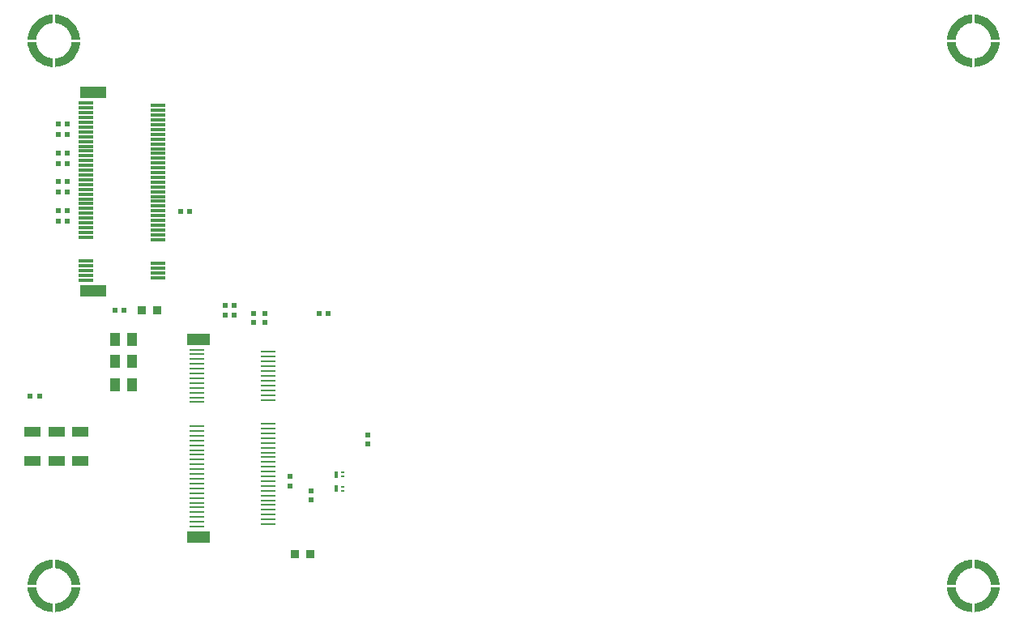
<source format=gbp>
G04*
G04 #@! TF.GenerationSoftware,Altium Limited,Altium Designer,20.1.12 (249)*
G04*
G04 Layer_Color=128*
%FSLAX44Y44*%
%MOMM*%
G71*
G04*
G04 #@! TF.SameCoordinates,92C3D8CC-84FC-494B-B6CF-3A4A02D2A6DE*
G04*
G04*
G04 #@! TF.FilePolarity,Positive*
G04*
G01*
G75*
%ADD26R,1.1000X1.4000*%
%ADD27R,0.5700X0.6200*%
%ADD29R,0.6200X0.5700*%
%ADD83R,0.9700X0.9600*%
%ADD86R,1.7000X1.0160*%
%ADD87R,1.7000X1.0160*%
%ADD257R,1.5500X0.3000*%
%ADD258R,2.7500X1.2000*%
%ADD259R,0.4000X0.7000*%
%ADD260R,0.4000X0.2500*%
%ADD261R,1.5500X0.2800*%
%ADD262R,2.3900X1.2000*%
G36*
X303522Y276171D02*
X303522Y267167D01*
X302069Y267266D01*
X300853Y267417D01*
X299852Y267581D01*
X299060Y267749D01*
X298349Y267900D01*
X297397Y268143D01*
X296360Y268461D01*
X295477Y268769D01*
X294608Y269092D01*
X293250Y269654D01*
X290473Y271138D01*
X287604Y273056D01*
X285696Y274818D01*
X283914Y276746D01*
X282620Y278322D01*
X281426Y280107D01*
X280764Y281345D01*
X280513Y281815D01*
X280263Y282281D01*
X279747Y283246D01*
X279315Y284335D01*
X278626Y286196D01*
X278122Y287982D01*
X277714Y289917D01*
X277489Y291489D01*
X277344Y293368D01*
X286343Y293379D01*
X286377Y292955D01*
X286399Y292742D01*
X286422Y292536D01*
X286494Y291983D01*
X286534Y291714D01*
X286580Y291446D01*
X286681Y290912D01*
X286800Y290372D01*
X286868Y290089D01*
X286907Y289942D01*
X286984Y289655D01*
X287067Y289368D01*
X287155Y289087D01*
X287261Y288764D01*
X287371Y288445D01*
X287428Y288283D01*
X287489Y288120D01*
X287604Y287816D01*
X287800Y287343D01*
X288003Y286886D01*
X288220Y286434D01*
X288448Y285985D01*
X288941Y285112D01*
X289233Y284644D01*
X289516Y284215D01*
X289805Y283807D01*
X290140Y283354D01*
X290321Y283128D01*
X290751Y282606D01*
X290974Y282348D01*
X291198Y282089D01*
X292127Y281158D01*
X292755Y280602D01*
X293342Y280107D01*
X293913Y279699D01*
X294256Y279429D01*
X294964Y278954D01*
X295629Y278581D01*
X296231Y278244D01*
X296861Y277923D01*
X297922Y277467D01*
X298768Y277149D01*
X300097Y276736D01*
X300461Y276644D01*
X301882Y276366D01*
X303522Y276171D01*
D02*
G37*
G36*
X286331Y295918D02*
X277327Y295918D01*
X277426Y297371D01*
X277577Y298587D01*
X277741Y299588D01*
X277909Y300380D01*
X278060Y301091D01*
X278303Y302043D01*
X278621Y303080D01*
X278929Y303963D01*
X279252Y304832D01*
X279814Y306190D01*
X281298Y308967D01*
X283216Y311836D01*
X284978Y313744D01*
X286906Y315526D01*
X288482Y316820D01*
X290267Y318014D01*
X291505Y318676D01*
X291975Y318927D01*
X292441Y319177D01*
X293406Y319693D01*
X294495Y320125D01*
X296356Y320814D01*
X298142Y321318D01*
X300077Y321726D01*
X301649Y321951D01*
X303528Y322095D01*
X303539Y313097D01*
X303115Y313063D01*
X302902Y313041D01*
X302696Y313018D01*
X302143Y312946D01*
X301874Y312906D01*
X301606Y312860D01*
X301072Y312759D01*
X300532Y312640D01*
X300249Y312572D01*
X300102Y312533D01*
X299815Y312456D01*
X299528Y312373D01*
X299247Y312285D01*
X298924Y312179D01*
X298605Y312069D01*
X298443Y312013D01*
X298280Y311951D01*
X297976Y311836D01*
X297503Y311640D01*
X297046Y311437D01*
X296594Y311220D01*
X296145Y310992D01*
X295272Y310499D01*
X294804Y310207D01*
X294375Y309924D01*
X293967Y309635D01*
X293514Y309300D01*
X293288Y309119D01*
X292766Y308689D01*
X292508Y308466D01*
X292248Y308242D01*
X291318Y307313D01*
X290762Y306685D01*
X290267Y306098D01*
X289860Y305527D01*
X289589Y305184D01*
X289114Y304476D01*
X288741Y303811D01*
X288403Y303209D01*
X288083Y302579D01*
X287628Y301518D01*
X287309Y300672D01*
X286896Y299343D01*
X286804Y298979D01*
X286526Y297558D01*
X286331Y295918D01*
D02*
G37*
G36*
X323269Y293362D02*
X332273Y293362D01*
X332174Y291909D01*
X332023Y290693D01*
X331859Y289692D01*
X331691Y288900D01*
X331540Y288189D01*
X331297Y287237D01*
X330979Y286200D01*
X330671Y285317D01*
X330348Y284448D01*
X329786Y283090D01*
X328302Y280313D01*
X326384Y277444D01*
X324622Y275536D01*
X322694Y273754D01*
X321118Y272460D01*
X319333Y271266D01*
X318095Y270604D01*
X317625Y270353D01*
X317159Y270103D01*
X316194Y269587D01*
X315105Y269155D01*
X313244Y268466D01*
X311458Y267962D01*
X309523Y267554D01*
X307951Y267329D01*
X306072Y267185D01*
X306061Y276183D01*
X306485Y276217D01*
X306698Y276238D01*
X306904Y276262D01*
X307457Y276334D01*
X307726Y276374D01*
X307994Y276420D01*
X308528Y276521D01*
X309068Y276640D01*
X309351Y276708D01*
X309498Y276747D01*
X309785Y276824D01*
X310072Y276907D01*
X310353Y276995D01*
X310676Y277101D01*
X310995Y277211D01*
X311157Y277267D01*
X311320Y277329D01*
X311624Y277444D01*
X312097Y277640D01*
X312554Y277843D01*
X313006Y278060D01*
X313455Y278288D01*
X314328Y278781D01*
X314796Y279073D01*
X315225Y279356D01*
X315633Y279645D01*
X316086Y279980D01*
X316312Y280161D01*
X316834Y280591D01*
X317092Y280814D01*
X317351Y281038D01*
X318282Y281967D01*
X318838Y282595D01*
X319333Y283182D01*
X319741Y283752D01*
X320011Y284096D01*
X320486Y284804D01*
X320859Y285469D01*
X321197Y286071D01*
X321517Y286701D01*
X321973Y287763D01*
X322291Y288608D01*
X322704Y289937D01*
X322796Y290301D01*
X323074Y291722D01*
X323269Y293362D01*
D02*
G37*
G36*
X306078Y313109D02*
X306078Y322113D01*
X307531Y322014D01*
X308747Y321863D01*
X309748Y321699D01*
X310540Y321531D01*
X311251Y321380D01*
X312203Y321137D01*
X313240Y320819D01*
X314123Y320511D01*
X314992Y320188D01*
X316350Y319626D01*
X319126Y318142D01*
X321996Y316224D01*
X323904Y314462D01*
X325686Y312534D01*
X326980Y310958D01*
X328174Y309173D01*
X328836Y307935D01*
X329087Y307465D01*
X329337Y306999D01*
X329853Y306034D01*
X330285Y304945D01*
X330974Y303084D01*
X331478Y301298D01*
X331886Y299363D01*
X332111Y297791D01*
X332256Y295912D01*
X323257Y295901D01*
X323223Y296325D01*
X323201Y296538D01*
X323178Y296744D01*
X323106Y297297D01*
X323066Y297566D01*
X323020Y297834D01*
X322919Y298368D01*
X322800Y298908D01*
X322732Y299191D01*
X322693Y299338D01*
X322616Y299625D01*
X322533Y299912D01*
X322445Y300193D01*
X322339Y300516D01*
X322229Y300835D01*
X322173Y300997D01*
X322111Y301160D01*
X321996Y301464D01*
X321800Y301937D01*
X321597Y302394D01*
X321380Y302846D01*
X321152Y303295D01*
X320659Y304168D01*
X320367Y304636D01*
X320084Y305065D01*
X319795Y305473D01*
X319460Y305926D01*
X319279Y306152D01*
X318849Y306674D01*
X318626Y306932D01*
X318402Y307192D01*
X317473Y308122D01*
X316845Y308678D01*
X316258Y309173D01*
X315688Y309580D01*
X315344Y309851D01*
X314636Y310326D01*
X313971Y310699D01*
X313369Y311036D01*
X312739Y311357D01*
X311677Y311812D01*
X310832Y312131D01*
X309503Y312544D01*
X309139Y312636D01*
X307718Y312914D01*
X306078Y313109D01*
D02*
G37*
G36*
X303522Y845891D02*
X303522Y836887D01*
X302069Y836986D01*
X300853Y837137D01*
X299852Y837301D01*
X299060Y837469D01*
X298349Y837620D01*
X297397Y837863D01*
X296360Y838182D01*
X295477Y838489D01*
X294608Y838812D01*
X293250Y839374D01*
X290473Y840858D01*
X287604Y842776D01*
X285696Y844538D01*
X283914Y846466D01*
X282620Y848042D01*
X281426Y849827D01*
X280764Y851065D01*
X280513Y851535D01*
X280263Y852001D01*
X279747Y852966D01*
X279315Y854055D01*
X278626Y855916D01*
X278122Y857702D01*
X277714Y859637D01*
X277489Y861209D01*
X277344Y863088D01*
X286343Y863099D01*
X286377Y862675D01*
X286399Y862462D01*
X286422Y862256D01*
X286494Y861703D01*
X286534Y861434D01*
X286580Y861166D01*
X286681Y860632D01*
X286800Y860092D01*
X286868Y859809D01*
X286907Y859662D01*
X286984Y859375D01*
X287067Y859088D01*
X287155Y858807D01*
X287261Y858484D01*
X287371Y858165D01*
X287427Y858003D01*
X287489Y857840D01*
X287604Y857536D01*
X287800Y857063D01*
X288003Y856606D01*
X288220Y856154D01*
X288448Y855705D01*
X288941Y854832D01*
X289233Y854364D01*
X289516Y853935D01*
X289805Y853527D01*
X290140Y853074D01*
X290321Y852848D01*
X290751Y852326D01*
X290974Y852068D01*
X291198Y851809D01*
X292127Y850878D01*
X292755Y850322D01*
X293342Y849827D01*
X293912Y849420D01*
X294256Y849149D01*
X294964Y848674D01*
X295629Y848301D01*
X296231Y847964D01*
X296861Y847643D01*
X297922Y847188D01*
X298768Y846869D01*
X300097Y846456D01*
X300461Y846364D01*
X301882Y846086D01*
X303522Y845891D01*
D02*
G37*
G36*
X286331Y865638D02*
X277327Y865638D01*
X277426Y867091D01*
X277577Y868307D01*
X277740Y869308D01*
X277909Y870100D01*
X278060Y870811D01*
X278303Y871763D01*
X278621Y872800D01*
X278929Y873683D01*
X279252Y874552D01*
X279814Y875910D01*
X281298Y878687D01*
X283216Y881556D01*
X284978Y883464D01*
X286905Y885246D01*
X288482Y886540D01*
X290267Y887734D01*
X291505Y888396D01*
X291975Y888648D01*
X292441Y888897D01*
X293406Y889413D01*
X294495Y889845D01*
X296356Y890534D01*
X298142Y891038D01*
X300077Y891446D01*
X301649Y891671D01*
X303528Y891815D01*
X303539Y882817D01*
X303115Y882783D01*
X302902Y882762D01*
X302696Y882738D01*
X302143Y882666D01*
X301874Y882626D01*
X301606Y882580D01*
X301072Y882479D01*
X300532Y882360D01*
X300249Y882292D01*
X300102Y882253D01*
X299815Y882176D01*
X299528Y882093D01*
X299247Y882005D01*
X298924Y881899D01*
X298605Y881789D01*
X298443Y881733D01*
X298280Y881671D01*
X297976Y881556D01*
X297503Y881360D01*
X297046Y881157D01*
X296594Y880940D01*
X296145Y880712D01*
X295272Y880219D01*
X294804Y879927D01*
X294375Y879644D01*
X293967Y879355D01*
X293514Y879020D01*
X293288Y878839D01*
X292766Y878409D01*
X292508Y878186D01*
X292248Y877962D01*
X291318Y877033D01*
X290762Y876405D01*
X290267Y875818D01*
X289860Y875248D01*
X289589Y874904D01*
X289114Y874196D01*
X288741Y873531D01*
X288403Y872929D01*
X288083Y872299D01*
X287628Y871238D01*
X287309Y870392D01*
X286896Y869063D01*
X286804Y868699D01*
X286526Y867278D01*
X286331Y865638D01*
D02*
G37*
G36*
X323269Y863082D02*
X332273Y863082D01*
X332174Y861629D01*
X332023Y860413D01*
X331859Y859413D01*
X331691Y858620D01*
X331540Y857909D01*
X331297Y856957D01*
X330979Y855920D01*
X330671Y855037D01*
X330348Y854168D01*
X329786Y852810D01*
X328302Y850034D01*
X326384Y847164D01*
X324622Y845256D01*
X322694Y843474D01*
X321118Y842180D01*
X319333Y840986D01*
X318095Y840324D01*
X317625Y840073D01*
X317159Y839823D01*
X316194Y839307D01*
X315105Y838875D01*
X313244Y838186D01*
X311458Y837682D01*
X309523Y837274D01*
X307951Y837049D01*
X306072Y836905D01*
X306061Y845903D01*
X306485Y845937D01*
X306698Y845959D01*
X306904Y845982D01*
X307457Y846054D01*
X307726Y846094D01*
X307994Y846140D01*
X308528Y846241D01*
X309068Y846360D01*
X309351Y846428D01*
X309498Y846467D01*
X309785Y846544D01*
X310072Y846627D01*
X310353Y846715D01*
X310676Y846821D01*
X310995Y846931D01*
X311157Y846988D01*
X311320Y847049D01*
X311624Y847164D01*
X312097Y847360D01*
X312554Y847563D01*
X313006Y847780D01*
X313455Y848008D01*
X314328Y848501D01*
X314796Y848793D01*
X315225Y849076D01*
X315633Y849365D01*
X316086Y849700D01*
X316312Y849881D01*
X316834Y850311D01*
X317092Y850534D01*
X317351Y850758D01*
X318282Y851687D01*
X318838Y852315D01*
X319333Y852902D01*
X319740Y853473D01*
X320011Y853816D01*
X320486Y854524D01*
X320859Y855189D01*
X321196Y855791D01*
X321517Y856421D01*
X321972Y857483D01*
X322291Y858328D01*
X322704Y859657D01*
X322796Y860021D01*
X323074Y861442D01*
X323269Y863082D01*
D02*
G37*
G36*
X306078Y882829D02*
X306078Y891833D01*
X307531Y891734D01*
X308747Y891583D01*
X309748Y891420D01*
X310540Y891251D01*
X311251Y891100D01*
X312203Y890857D01*
X313240Y890539D01*
X314123Y890231D01*
X314992Y889908D01*
X316350Y889346D01*
X319126Y887862D01*
X321996Y885944D01*
X323904Y884182D01*
X325686Y882254D01*
X326980Y880678D01*
X328174Y878893D01*
X328836Y877655D01*
X329087Y877186D01*
X329337Y876719D01*
X329853Y875754D01*
X330285Y874665D01*
X330974Y872804D01*
X331478Y871018D01*
X331886Y869083D01*
X332111Y867511D01*
X332255Y865632D01*
X323257Y865621D01*
X323223Y866045D01*
X323201Y866258D01*
X323178Y866464D01*
X323106Y867017D01*
X323066Y867286D01*
X323020Y867554D01*
X322919Y868088D01*
X322800Y868628D01*
X322732Y868911D01*
X322693Y869058D01*
X322616Y869345D01*
X322533Y869632D01*
X322445Y869913D01*
X322339Y870236D01*
X322229Y870555D01*
X322173Y870717D01*
X322111Y870880D01*
X321996Y871184D01*
X321800Y871657D01*
X321597Y872114D01*
X321380Y872566D01*
X321152Y873015D01*
X320659Y873888D01*
X320367Y874356D01*
X320084Y874785D01*
X319795Y875193D01*
X319460Y875646D01*
X319279Y875872D01*
X318849Y876394D01*
X318626Y876652D01*
X318402Y876911D01*
X317472Y877842D01*
X316845Y878398D01*
X316258Y878893D01*
X315688Y879301D01*
X315344Y879571D01*
X314636Y880046D01*
X313971Y880419D01*
X313369Y880757D01*
X312739Y881077D01*
X311677Y881533D01*
X310832Y881851D01*
X309503Y882264D01*
X309139Y882356D01*
X307718Y882634D01*
X306078Y882829D01*
D02*
G37*
G36*
X1264422Y276171D02*
X1264422Y267167D01*
X1262969Y267266D01*
X1261753Y267417D01*
X1260752Y267581D01*
X1259960Y267749D01*
X1259249Y267900D01*
X1258297Y268143D01*
X1257260Y268461D01*
X1256377Y268769D01*
X1255508Y269092D01*
X1254150Y269654D01*
X1251374Y271138D01*
X1248504Y273056D01*
X1246596Y274818D01*
X1244814Y276746D01*
X1243520Y278322D01*
X1242326Y280107D01*
X1241664Y281345D01*
X1241413Y281815D01*
X1241163Y282281D01*
X1240647Y283246D01*
X1240215Y284335D01*
X1239526Y286196D01*
X1239022Y287982D01*
X1238614Y289917D01*
X1238389Y291489D01*
X1238244Y293368D01*
X1247243Y293379D01*
X1247277Y292955D01*
X1247299Y292742D01*
X1247322Y292536D01*
X1247394Y291983D01*
X1247434Y291714D01*
X1247480Y291446D01*
X1247581Y290912D01*
X1247700Y290372D01*
X1247768Y290089D01*
X1247807Y289942D01*
X1247884Y289655D01*
X1247967Y289368D01*
X1248055Y289087D01*
X1248161Y288764D01*
X1248271Y288445D01*
X1248327Y288283D01*
X1248389Y288120D01*
X1248504Y287816D01*
X1248700Y287343D01*
X1248903Y286886D01*
X1249120Y286434D01*
X1249348Y285985D01*
X1249841Y285112D01*
X1250133Y284644D01*
X1250416Y284215D01*
X1250705Y283807D01*
X1251040Y283354D01*
X1251221Y283128D01*
X1251651Y282606D01*
X1251874Y282348D01*
X1252098Y282089D01*
X1253027Y281158D01*
X1253655Y280602D01*
X1254242Y280107D01*
X1254812Y279700D01*
X1255156Y279429D01*
X1255864Y278954D01*
X1256529Y278581D01*
X1257131Y278244D01*
X1257761Y277923D01*
X1258822Y277468D01*
X1259668Y277149D01*
X1260997Y276736D01*
X1261361Y276644D01*
X1262782Y276366D01*
X1264422Y276171D01*
D02*
G37*
G36*
X1247231Y295918D02*
X1238227Y295918D01*
X1238326Y297371D01*
X1238477Y298587D01*
X1238641Y299588D01*
X1238809Y300380D01*
X1238960Y301091D01*
X1239203Y302043D01*
X1239521Y303080D01*
X1239829Y303963D01*
X1240152Y304832D01*
X1240714Y306190D01*
X1242198Y308967D01*
X1244116Y311836D01*
X1245878Y313744D01*
X1247806Y315526D01*
X1249382Y316820D01*
X1251167Y318014D01*
X1252405Y318676D01*
X1252875Y318927D01*
X1253341Y319177D01*
X1254306Y319693D01*
X1255395Y320125D01*
X1257256Y320814D01*
X1259042Y321318D01*
X1260977Y321726D01*
X1262549Y321951D01*
X1264428Y322095D01*
X1264439Y313097D01*
X1264015Y313063D01*
X1263802Y313041D01*
X1263596Y313018D01*
X1263043Y312946D01*
X1262774Y312906D01*
X1262506Y312860D01*
X1261972Y312759D01*
X1261432Y312640D01*
X1261149Y312572D01*
X1261002Y312533D01*
X1260715Y312456D01*
X1260428Y312373D01*
X1260147Y312285D01*
X1259824Y312179D01*
X1259505Y312069D01*
X1259343Y312013D01*
X1259180Y311951D01*
X1258876Y311836D01*
X1258403Y311640D01*
X1257946Y311437D01*
X1257494Y311220D01*
X1257045Y310992D01*
X1256172Y310499D01*
X1255704Y310207D01*
X1255275Y309924D01*
X1254867Y309635D01*
X1254414Y309300D01*
X1254188Y309119D01*
X1253666Y308689D01*
X1253408Y308466D01*
X1253148Y308242D01*
X1252218Y307313D01*
X1251662Y306685D01*
X1251167Y306098D01*
X1250760Y305528D01*
X1250489Y305184D01*
X1250014Y304476D01*
X1249641Y303811D01*
X1249304Y303209D01*
X1248983Y302579D01*
X1248528Y301518D01*
X1248209Y300672D01*
X1247796Y299343D01*
X1247704Y298979D01*
X1247426Y297558D01*
X1247231Y295918D01*
D02*
G37*
G36*
X1284169Y293362D02*
X1293173Y293362D01*
X1293074Y291909D01*
X1292923Y290693D01*
X1292759Y289692D01*
X1292591Y288900D01*
X1292440Y288189D01*
X1292197Y287237D01*
X1291879Y286200D01*
X1291571Y285317D01*
X1291248Y284448D01*
X1290686Y283090D01*
X1289202Y280314D01*
X1287284Y277444D01*
X1285522Y275536D01*
X1283594Y273754D01*
X1282018Y272460D01*
X1280233Y271266D01*
X1278995Y270604D01*
X1278525Y270353D01*
X1278059Y270103D01*
X1277094Y269587D01*
X1276005Y269155D01*
X1274144Y268466D01*
X1272358Y267962D01*
X1270423Y267554D01*
X1268851Y267329D01*
X1266972Y267185D01*
X1266961Y276183D01*
X1267385Y276217D01*
X1267598Y276239D01*
X1267804Y276262D01*
X1268357Y276334D01*
X1268626Y276374D01*
X1268894Y276420D01*
X1269428Y276521D01*
X1269968Y276640D01*
X1270251Y276708D01*
X1270398Y276747D01*
X1270685Y276824D01*
X1270972Y276907D01*
X1271253Y276995D01*
X1271576Y277101D01*
X1271895Y277211D01*
X1272057Y277267D01*
X1272220Y277329D01*
X1272524Y277444D01*
X1272997Y277640D01*
X1273454Y277843D01*
X1273906Y278060D01*
X1274355Y278288D01*
X1275228Y278781D01*
X1275696Y279073D01*
X1276125Y279356D01*
X1276533Y279645D01*
X1276986Y279980D01*
X1277212Y280161D01*
X1277734Y280591D01*
X1277992Y280814D01*
X1278251Y281038D01*
X1279182Y281968D01*
X1279738Y282595D01*
X1280233Y283182D01*
X1280641Y283752D01*
X1280911Y284096D01*
X1281386Y284804D01*
X1281759Y285469D01*
X1282097Y286071D01*
X1282417Y286701D01*
X1282872Y287763D01*
X1283191Y288608D01*
X1283604Y289937D01*
X1283696Y290301D01*
X1283974Y291722D01*
X1284169Y293362D01*
D02*
G37*
G36*
X1266978Y313109D02*
X1266978Y322113D01*
X1268431Y322014D01*
X1269647Y321863D01*
X1270648Y321699D01*
X1271440Y321531D01*
X1272151Y321380D01*
X1273103Y321137D01*
X1274140Y320819D01*
X1275023Y320511D01*
X1275892Y320188D01*
X1277250Y319626D01*
X1280027Y318142D01*
X1282896Y316224D01*
X1284804Y314462D01*
X1286586Y312535D01*
X1287880Y310958D01*
X1289074Y309173D01*
X1289736Y307935D01*
X1289987Y307465D01*
X1290237Y306999D01*
X1290753Y306034D01*
X1291185Y304945D01*
X1291874Y303084D01*
X1292378Y301298D01*
X1292786Y299363D01*
X1293011Y297791D01*
X1293156Y295912D01*
X1284157Y295901D01*
X1284123Y296325D01*
X1284101Y296538D01*
X1284078Y296744D01*
X1284006Y297297D01*
X1283966Y297566D01*
X1283920Y297834D01*
X1283819Y298368D01*
X1283700Y298908D01*
X1283632Y299191D01*
X1283593Y299338D01*
X1283516Y299625D01*
X1283433Y299912D01*
X1283345Y300193D01*
X1283239Y300516D01*
X1283129Y300835D01*
X1283073Y300997D01*
X1283011Y301160D01*
X1282896Y301464D01*
X1282700Y301937D01*
X1282497Y302394D01*
X1282280Y302846D01*
X1282052Y303295D01*
X1281559Y304168D01*
X1281267Y304636D01*
X1280984Y305065D01*
X1280695Y305473D01*
X1280360Y305926D01*
X1280179Y306152D01*
X1279749Y306674D01*
X1279526Y306932D01*
X1279302Y307192D01*
X1278373Y308122D01*
X1277745Y308678D01*
X1277158Y309173D01*
X1276588Y309580D01*
X1276244Y309851D01*
X1275536Y310326D01*
X1274871Y310699D01*
X1274269Y311036D01*
X1273639Y311357D01*
X1272578Y311812D01*
X1271732Y312131D01*
X1270403Y312544D01*
X1270039Y312636D01*
X1268618Y312914D01*
X1266978Y313109D01*
D02*
G37*
G36*
X1264422Y845891D02*
X1264422Y836887D01*
X1262969Y836986D01*
X1261753Y837137D01*
X1260752Y837301D01*
X1259960Y837469D01*
X1259249Y837620D01*
X1258297Y837863D01*
X1257260Y838182D01*
X1256377Y838489D01*
X1255508Y838812D01*
X1254150Y839374D01*
X1251373Y840858D01*
X1248504Y842776D01*
X1246596Y844538D01*
X1244814Y846466D01*
X1243520Y848042D01*
X1242326Y849827D01*
X1241664Y851065D01*
X1241413Y851535D01*
X1241163Y852001D01*
X1240647Y852966D01*
X1240215Y854055D01*
X1239526Y855916D01*
X1239022Y857702D01*
X1238614Y859637D01*
X1238389Y861209D01*
X1238244Y863088D01*
X1247243Y863099D01*
X1247277Y862675D01*
X1247299Y862462D01*
X1247322Y862256D01*
X1247394Y861703D01*
X1247434Y861434D01*
X1247480Y861166D01*
X1247581Y860632D01*
X1247700Y860092D01*
X1247768Y859809D01*
X1247807Y859662D01*
X1247884Y859375D01*
X1247967Y859088D01*
X1248055Y858807D01*
X1248161Y858484D01*
X1248271Y858165D01*
X1248327Y858003D01*
X1248389Y857840D01*
X1248504Y857536D01*
X1248700Y857063D01*
X1248903Y856606D01*
X1249120Y856154D01*
X1249348Y855705D01*
X1249841Y854832D01*
X1250133Y854364D01*
X1250416Y853935D01*
X1250705Y853527D01*
X1251040Y853074D01*
X1251221Y852848D01*
X1251651Y852326D01*
X1251874Y852068D01*
X1252098Y851809D01*
X1253027Y850878D01*
X1253655Y850322D01*
X1254242Y849827D01*
X1254812Y849420D01*
X1255156Y849149D01*
X1255864Y848674D01*
X1256529Y848301D01*
X1257131Y847964D01*
X1257761Y847643D01*
X1258822Y847188D01*
X1259668Y846869D01*
X1260997Y846456D01*
X1261361Y846364D01*
X1262782Y846086D01*
X1264422Y845891D01*
D02*
G37*
G36*
X1247231Y865638D02*
X1238227Y865638D01*
X1238326Y867091D01*
X1238477Y868307D01*
X1238641Y869308D01*
X1238809Y870100D01*
X1238960Y870811D01*
X1239203Y871763D01*
X1239521Y872800D01*
X1239829Y873683D01*
X1240152Y874552D01*
X1240714Y875910D01*
X1242198Y878687D01*
X1244116Y881556D01*
X1245878Y883464D01*
X1247805Y885246D01*
X1249382Y886540D01*
X1251167Y887734D01*
X1252405Y888396D01*
X1252875Y888648D01*
X1253341Y888897D01*
X1254306Y889413D01*
X1255395Y889845D01*
X1257256Y890534D01*
X1259042Y891038D01*
X1260977Y891446D01*
X1262549Y891671D01*
X1264428Y891815D01*
X1264439Y882817D01*
X1264015Y882783D01*
X1263802Y882762D01*
X1263596Y882738D01*
X1263043Y882666D01*
X1262774Y882626D01*
X1262506Y882580D01*
X1261972Y882479D01*
X1261432Y882360D01*
X1261149Y882292D01*
X1261002Y882253D01*
X1260715Y882176D01*
X1260428Y882093D01*
X1260147Y882005D01*
X1259824Y881899D01*
X1259505Y881789D01*
X1259343Y881733D01*
X1259180Y881671D01*
X1258876Y881556D01*
X1258403Y881360D01*
X1257946Y881157D01*
X1257494Y880940D01*
X1257045Y880712D01*
X1256172Y880219D01*
X1255704Y879927D01*
X1255275Y879644D01*
X1254867Y879355D01*
X1254414Y879020D01*
X1254188Y878839D01*
X1253666Y878409D01*
X1253408Y878186D01*
X1253148Y877962D01*
X1252217Y877033D01*
X1251662Y876405D01*
X1251167Y875818D01*
X1250759Y875248D01*
X1250489Y874904D01*
X1250014Y874196D01*
X1249641Y873531D01*
X1249303Y872929D01*
X1248982Y872299D01*
X1248527Y871238D01*
X1248209Y870392D01*
X1247796Y869063D01*
X1247704Y868699D01*
X1247426Y867278D01*
X1247231Y865638D01*
D02*
G37*
G36*
X1284169Y863082D02*
X1293173Y863082D01*
X1293074Y861629D01*
X1292923Y860413D01*
X1292759Y859413D01*
X1292591Y858620D01*
X1292440Y857909D01*
X1292197Y856957D01*
X1291879Y855920D01*
X1291571Y855037D01*
X1291248Y854168D01*
X1290686Y852810D01*
X1289202Y850034D01*
X1287284Y847164D01*
X1285522Y845256D01*
X1283594Y843474D01*
X1282018Y842180D01*
X1280233Y840986D01*
X1278995Y840324D01*
X1278525Y840073D01*
X1278059Y839823D01*
X1277094Y839307D01*
X1276005Y838875D01*
X1274144Y838186D01*
X1272358Y837682D01*
X1270423Y837274D01*
X1268851Y837049D01*
X1266972Y836905D01*
X1266961Y845903D01*
X1267385Y845937D01*
X1267598Y845959D01*
X1267804Y845982D01*
X1268357Y846054D01*
X1268626Y846094D01*
X1268894Y846140D01*
X1269428Y846241D01*
X1269968Y846360D01*
X1270251Y846428D01*
X1270398Y846467D01*
X1270685Y846544D01*
X1270972Y846627D01*
X1271253Y846715D01*
X1271576Y846821D01*
X1271895Y846931D01*
X1272057Y846988D01*
X1272220Y847049D01*
X1272524Y847164D01*
X1272997Y847360D01*
X1273454Y847563D01*
X1273906Y847780D01*
X1274355Y848008D01*
X1275228Y848501D01*
X1275696Y848793D01*
X1276125Y849076D01*
X1276533Y849365D01*
X1276986Y849700D01*
X1277212Y849881D01*
X1277734Y850311D01*
X1277992Y850534D01*
X1278251Y850758D01*
X1279182Y851687D01*
X1279738Y852315D01*
X1280233Y852902D01*
X1280640Y853473D01*
X1280911Y853816D01*
X1281386Y854524D01*
X1281759Y855189D01*
X1282096Y855791D01*
X1282417Y856421D01*
X1282872Y857483D01*
X1283191Y858328D01*
X1283604Y859657D01*
X1283696Y860021D01*
X1283974Y861442D01*
X1284169Y863082D01*
D02*
G37*
G36*
X1266978Y882829D02*
X1266978Y891833D01*
X1268431Y891734D01*
X1269647Y891583D01*
X1270648Y891420D01*
X1271440Y891251D01*
X1272151Y891100D01*
X1273103Y890857D01*
X1274140Y890539D01*
X1275023Y890231D01*
X1275892Y889908D01*
X1277250Y889346D01*
X1280026Y887862D01*
X1282896Y885944D01*
X1284804Y884182D01*
X1286586Y882254D01*
X1287879Y880678D01*
X1289074Y878893D01*
X1289736Y877655D01*
X1289987Y877186D01*
X1290237Y876719D01*
X1290753Y875754D01*
X1291185Y874665D01*
X1291874Y872804D01*
X1292378Y871018D01*
X1292786Y869083D01*
X1293011Y867511D01*
X1293155Y865632D01*
X1284157Y865621D01*
X1284123Y866045D01*
X1284101Y866258D01*
X1284078Y866464D01*
X1284006Y867017D01*
X1283966Y867286D01*
X1283920Y867554D01*
X1283819Y868088D01*
X1283700Y868628D01*
X1283632Y868911D01*
X1283593Y869058D01*
X1283516Y869345D01*
X1283433Y869632D01*
X1283345Y869913D01*
X1283239Y870236D01*
X1283129Y870555D01*
X1283073Y870717D01*
X1283011Y870880D01*
X1282896Y871184D01*
X1282700Y871657D01*
X1282497Y872114D01*
X1282280Y872566D01*
X1282052Y873015D01*
X1281559Y873888D01*
X1281267Y874356D01*
X1280984Y874785D01*
X1280695Y875193D01*
X1280360Y875646D01*
X1280179Y875872D01*
X1279749Y876394D01*
X1279526Y876652D01*
X1279302Y876911D01*
X1278372Y877842D01*
X1277745Y878398D01*
X1277158Y878893D01*
X1276587Y879301D01*
X1276244Y879571D01*
X1275536Y880046D01*
X1274871Y880419D01*
X1274269Y880757D01*
X1273639Y881077D01*
X1272578Y881533D01*
X1271732Y881851D01*
X1270403Y882264D01*
X1270039Y882356D01*
X1268618Y882634D01*
X1266978Y882829D01*
D02*
G37*
D26*
X368750Y504500D02*
D03*
X386250D02*
D03*
X368750Y529500D02*
D03*
X386250D02*
D03*
X368750Y552000D02*
D03*
X386250D02*
D03*
D27*
X309200Y717000D02*
D03*
X318800D02*
D03*
X309200Y706000D02*
D03*
X318800D02*
D03*
X309200Y736000D02*
D03*
X318800D02*
D03*
X309200Y747000D02*
D03*
X318800D02*
D03*
Y687000D02*
D03*
X309200D02*
D03*
X318800Y676000D02*
D03*
X309200D02*
D03*
Y766000D02*
D03*
X318800D02*
D03*
X309200Y777000D02*
D03*
X318800D02*
D03*
X368700Y582500D02*
D03*
X378300D02*
D03*
X437200Y686000D02*
D03*
X446800D02*
D03*
X289800Y492500D02*
D03*
X280200D02*
D03*
X591300Y579000D02*
D03*
X581700D02*
D03*
D29*
X513500Y569700D02*
D03*
Y579300D02*
D03*
X633000Y452300D02*
D03*
Y442700D02*
D03*
X483500Y587300D02*
D03*
Y577700D02*
D03*
X493000Y587300D02*
D03*
Y577700D02*
D03*
X552022Y408800D02*
D03*
Y399200D02*
D03*
X525500Y569700D02*
D03*
Y579300D02*
D03*
X574000Y384200D02*
D03*
Y393800D02*
D03*
D83*
X413150Y583000D02*
D03*
X396850D02*
D03*
X573150Y328000D02*
D03*
X556850D02*
D03*
D86*
X307500Y425500D02*
D03*
X332500Y425500D02*
D03*
X282500D02*
D03*
D87*
X307500Y455500D02*
D03*
X332500Y455500D02*
D03*
X282500D02*
D03*
D257*
X338250Y669000D02*
D03*
Y664000D02*
D03*
Y684000D02*
D03*
Y679000D02*
D03*
Y759000D02*
D03*
Y754000D02*
D03*
Y774000D02*
D03*
Y769000D02*
D03*
Y789000D02*
D03*
Y784000D02*
D03*
X413750Y616500D02*
D03*
Y621500D02*
D03*
Y626500D02*
D03*
Y631500D02*
D03*
Y656500D02*
D03*
Y661500D02*
D03*
Y666500D02*
D03*
Y671500D02*
D03*
Y676500D02*
D03*
Y681500D02*
D03*
Y686500D02*
D03*
Y691500D02*
D03*
Y696500D02*
D03*
Y701500D02*
D03*
Y706500D02*
D03*
Y711500D02*
D03*
Y716500D02*
D03*
Y721500D02*
D03*
Y726500D02*
D03*
Y731500D02*
D03*
Y736500D02*
D03*
Y741500D02*
D03*
Y746500D02*
D03*
Y751500D02*
D03*
Y756500D02*
D03*
Y761500D02*
D03*
Y766500D02*
D03*
Y771500D02*
D03*
Y776500D02*
D03*
Y781500D02*
D03*
Y786500D02*
D03*
Y791500D02*
D03*
Y796500D02*
D03*
X338250Y614000D02*
D03*
Y619000D02*
D03*
Y624000D02*
D03*
Y629000D02*
D03*
Y634000D02*
D03*
Y659000D02*
D03*
Y674000D02*
D03*
Y689000D02*
D03*
Y704000D02*
D03*
Y719000D02*
D03*
Y734000D02*
D03*
Y749000D02*
D03*
Y764000D02*
D03*
Y779000D02*
D03*
Y794000D02*
D03*
Y799000D02*
D03*
Y744000D02*
D03*
Y739000D02*
D03*
Y729000D02*
D03*
Y724000D02*
D03*
Y714000D02*
D03*
Y709000D02*
D03*
Y699000D02*
D03*
Y694000D02*
D03*
D258*
X346000Y603000D02*
D03*
Y810000D02*
D03*
D259*
X600000Y396000D02*
D03*
Y411000D02*
D03*
D260*
X607000Y398250D02*
D03*
Y393750D02*
D03*
Y413250D02*
D03*
Y408750D02*
D03*
D261*
X454500Y446500D02*
D03*
Y356500D02*
D03*
Y361500D02*
D03*
Y366500D02*
D03*
Y371500D02*
D03*
Y376500D02*
D03*
Y381500D02*
D03*
Y386500D02*
D03*
Y391500D02*
D03*
Y396500D02*
D03*
Y401500D02*
D03*
Y406500D02*
D03*
Y411500D02*
D03*
Y416500D02*
D03*
Y421500D02*
D03*
Y426500D02*
D03*
Y431500D02*
D03*
Y436500D02*
D03*
Y441500D02*
D03*
Y451500D02*
D03*
Y456500D02*
D03*
Y461500D02*
D03*
Y486500D02*
D03*
Y491500D02*
D03*
Y496500D02*
D03*
Y501500D02*
D03*
Y506500D02*
D03*
Y511500D02*
D03*
Y516500D02*
D03*
Y521500D02*
D03*
Y526500D02*
D03*
Y531500D02*
D03*
Y536500D02*
D03*
Y541500D02*
D03*
X528500Y359000D02*
D03*
Y364000D02*
D03*
Y369000D02*
D03*
Y374000D02*
D03*
Y379000D02*
D03*
Y384000D02*
D03*
Y389000D02*
D03*
Y394000D02*
D03*
Y399000D02*
D03*
Y404000D02*
D03*
Y409000D02*
D03*
Y414000D02*
D03*
Y419000D02*
D03*
Y424000D02*
D03*
Y429000D02*
D03*
Y434000D02*
D03*
Y439000D02*
D03*
Y444000D02*
D03*
Y449000D02*
D03*
Y454000D02*
D03*
Y459000D02*
D03*
Y464000D02*
D03*
Y489000D02*
D03*
Y494000D02*
D03*
Y499000D02*
D03*
Y504000D02*
D03*
Y509000D02*
D03*
Y514000D02*
D03*
Y519000D02*
D03*
Y524000D02*
D03*
Y529000D02*
D03*
Y534000D02*
D03*
Y539000D02*
D03*
D262*
X455650Y345500D02*
D03*
Y552500D02*
D03*
M02*

</source>
